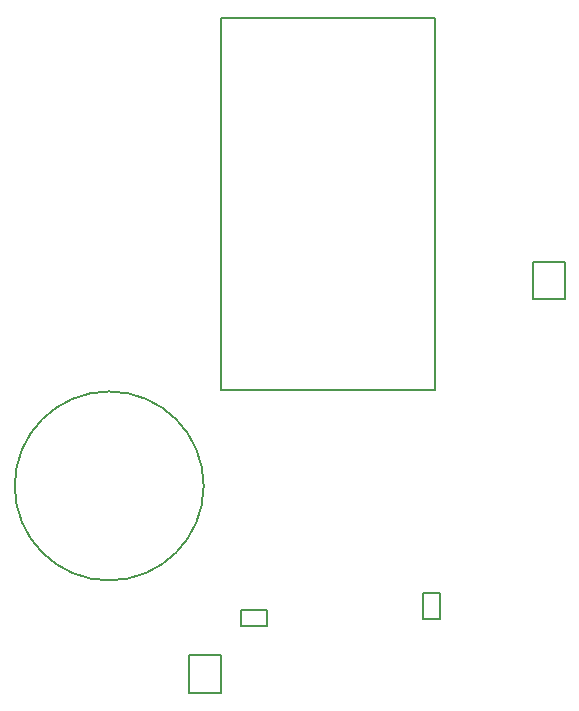
<source format=gbr>
%TF.GenerationSoftware,Altium Limited,Altium Designer,22.1.2 (22)*%
G04 Layer_Color=8388736*
%FSLAX45Y45*%
%MOMM*%
%TF.SameCoordinates,487542E7-F005-4C77-86B1-A0AEE8F943D7*%
%TF.FilePolarity,Positive*%
%TF.FileFunction,Other,Top_3D_Body*%
%TF.Part,Single*%
G01*
G75*
%TA.AperFunction,NonConductor*%
%ADD46C,0.20000*%
%ADD47C,0.15000*%
D46*
X8720700Y8915100D02*
X10530700D01*
Y5765100D02*
Y8915100D01*
X8720700Y5765100D02*
X10530700D01*
X8720700D02*
Y8915100D01*
X11358500Y6532900D02*
Y6852900D01*
X11628500D01*
Y6532900D02*
Y6852900D01*
X11358500Y6532900D02*
X11628500D01*
X8450200Y3200600D02*
Y3520600D01*
X8720200D01*
Y3200600D02*
Y3520600D01*
X8450200Y3200600D02*
X8720200D01*
X10432900Y3827000D02*
X10572900D01*
Y4047000D01*
X10432900D02*
X10572900D01*
X10432900Y3827000D02*
Y4047000D01*
X8885700Y3765400D02*
Y3905400D01*
Y3765400D02*
X9105700D01*
Y3905400D01*
X8885700D02*
X9105700D01*
D47*
X8572400Y4953000D02*
G03*
X8572400Y4953000I-800000J0D01*
G01*
%TF.MD5,953ebd841cf419a56731b50fb40742b3*%
M02*

</source>
